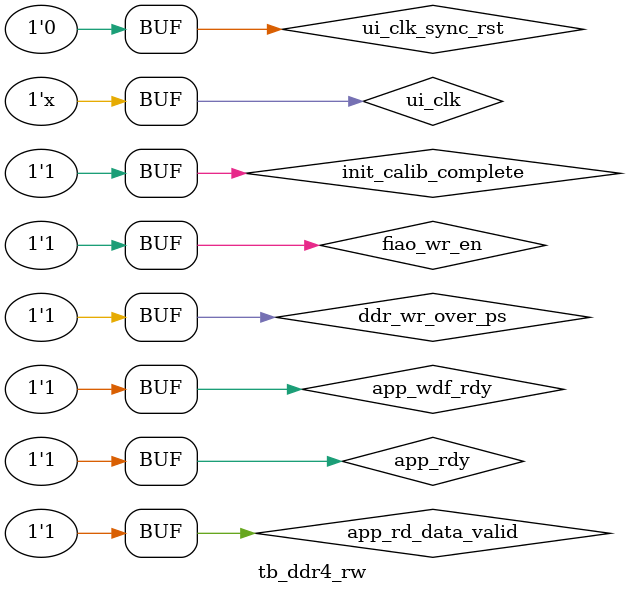
<source format=v>
`timescale 1ns / 1ns


module tb_ddr4_rw(

    );

    // Inputs
    reg ddr_wr_over_ps;
    reg ui_clk;
    reg ui_clk_sync_rst;
    reg init_calib_complete;
    reg app_rdy;
    reg app_wdf_rdy;
    reg app_rd_data_valid;
    reg fiao_wr_en;

    // Outputs
    wire app_en;
    wire app_wdf_wren;
    wire app_wdf_end;
    wire [2:0] app_cmd;
//    reg [27:0] app_addr;
//    reg [20:0] rd_cnt;
//    reg ddr_wr_over;
//    reg ddr_rd_over;
//    reg [1:0] state;
    wire [27:0] app_addr;
    wire [20:0] rd_cnt;
    wire ddr_wr_over;
    wire ddr_rd_over;
    wire [1:0] state;    

    // Instantiate the Unit Under Test (UUT)
    ddr4_rw #(
    .DATA_WIDTH(16),
    .CHANNEL_NUM(32),
//    .TEST_LENGTH(1024*32)
    .TEST_LENGTH(32)
    ) u_ddr4_rw (
        .ddr_wr_over_ps(ddr_wr_over_ps), 
        .ui_clk(ui_clk), 
        .ui_clk_sync_rst(ui_clk_sync_rst), 
        .init_calib_complete(init_calib_complete), 
        .app_rdy(app_rdy), 
        .app_wdf_rdy(app_wdf_rdy), 
        .app_rd_data_valid(app_rd_data_valid), 
        .fiao_wr_en(fiao_wr_en), 
        .app_en(app_en), 
        .app_wdf_wren(app_wdf_wren), 
        .app_wdf_end(app_wdf_end), 
        .app_cmd(app_cmd), 
        .app_addr(app_addr), 
        .rd_cnt(rd_cnt), 
        .ddr_wr_over(ddr_wr_over), 
        .ddr_rd_over(ddr_rd_over), 
        .state(state)
    );

    initial begin
        // Initialize Inputs
        ddr_wr_over_ps = 0;
        ui_clk = 0;
        ui_clk_sync_rst = 1;
        init_calib_complete = 0;
        app_rdy = 0;
        app_wdf_rdy = 0;
        app_rd_data_valid = 0;
        fiao_wr_en = 0;

        // Wait 100 ns for global reset to finish
        #100;
        ui_clk_sync_rst = 0;

        // Add stimulus here
        #100;
        init_calib_complete = 1;
        app_rdy = 1;
        app_wdf_rdy = 1;
        #500;
        ddr_wr_over_ps = 1;
        app_rd_data_valid = 1;
        fiao_wr_en = 1;
        #100;
        app_rd_data_valid = 0;
        #100;
        app_rd_data_valid = 1;

    end

    always begin
        #5 ui_clk = ~ui_clk;
    end

endmodule

</source>
